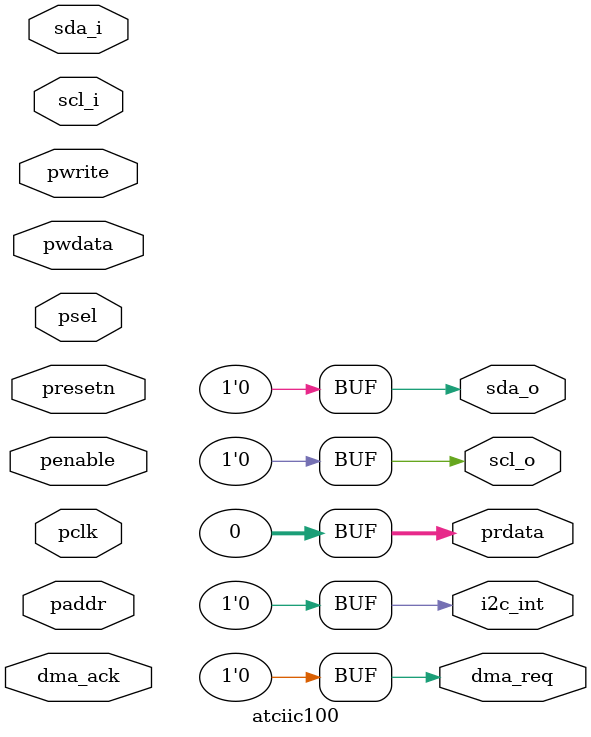
<source format=v>

`include "atciic100_config.vh"
`include "atciic100_const.vh"


module atciic100 (
	  i2c_int,
	  paddr,
	  penable,
	  prdata,
	  psel,
	  pwdata,
	  pwrite,
	  pclk,
	  presetn,
	  dma_ack,
	  dma_req,
	  scl_o,
	  sda_o,
	  scl_i,
	  sda_i
);

output             i2c_int;
input        [5:2] paddr;
input              penable;
output      [31:0] prdata;
input              psel;
input       [31:0] pwdata;
input              pwrite;
input              pclk;
input              presetn;
input              dma_ack;
output             dma_req;
output             scl_o;
output             sda_o;
input              scl_i;
input              sda_i;

assign /*output            */ i2c_int='d0;
assign /*output      [31:0]*/ prdata='d0;
assign /*output            */ dma_req='d0;
assign /*output            */ scl_o='d0;
assign /*output            */ sda_o='d0;

endmodule

</source>
